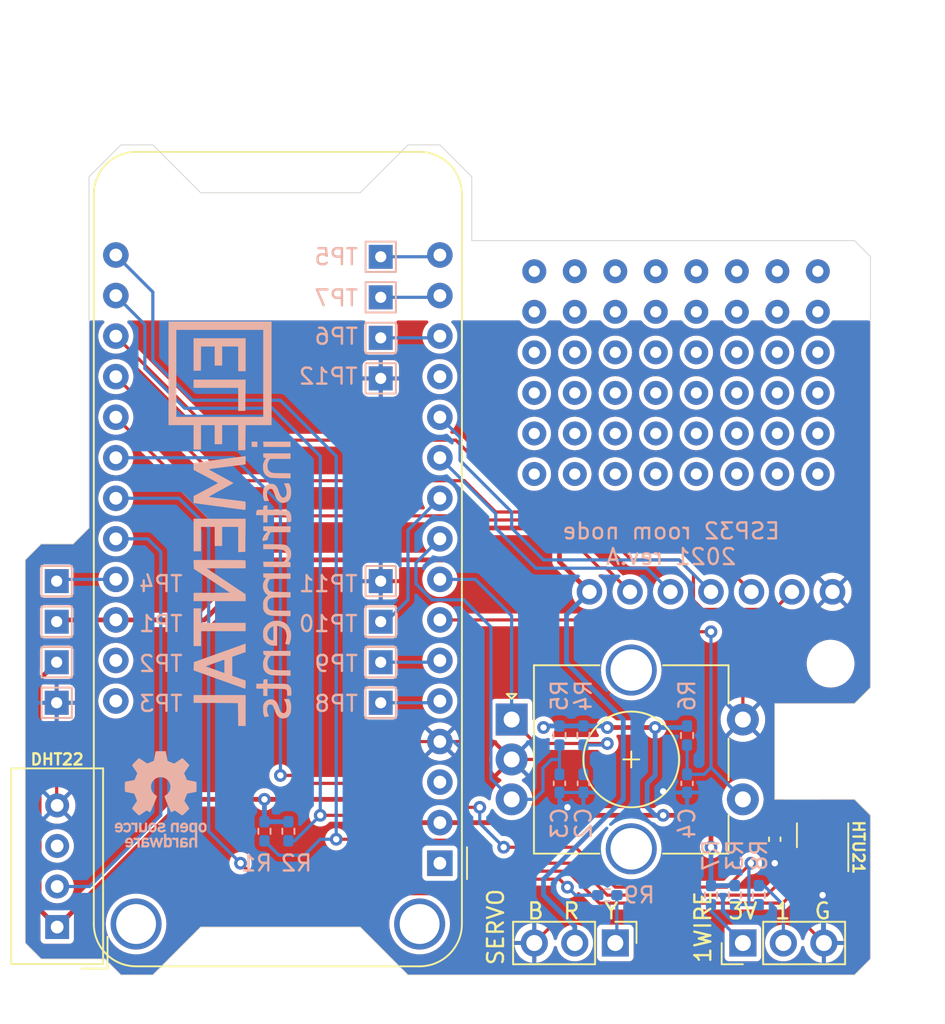
<source format=kicad_pcb>
(kicad_pcb (version 20221018) (generator pcbnew)
  (layers (0 "F.Cu" signal) (31 "B.Cu" signal) (34 "B.Paste" user) (35 "F.Paste" user) (36 "B.SilkS" user "B.Silkscreen") (37 "F.SilkS" user "F.Silkscreen") (38 "B.Mask" user) (39 "F.Mask" user) (44 "Edge.Cuts" user))
  (net 0 "")
  (net 1 "/SDA")
  (net 2 "/SCL")
  (net 3 "/LCD_DC")
  (net 4 "/LCD_CS")
  (net 5 "/SENS_DATA")
  (net 6 "+5V")
  (net 7 "+3V3")
  (net 8 "GND")
  (net 9 "/LCD_SCK")
  (net 10 "/LCD_MOSI")
  (net 11 "/ENC_BTN")
  (net 12 "/ENC_A")
  (net 13 "/ENC_B")
  (net 14 "/LCD_BL")
  (net 15 "/ONEWIRE")
  (net 16 "/SERVO")
  (net 17 "Net-(J1-Pad2)")
  (net 18 "Net-(J1-Pad1)")
  (net 19 "Net-(J2-Pad1)")
  (net 20 "Net-(A1-Pad25)")
  (net 21 "Net-(A1-Pad5)")
  (net 22 "Net-(A1-Pad6)")
  (net 23 "Net-(A1-Pad10)")
  (net 24 "Net-(A1-Pad14)")
  (net 25 "Net-(A1-Pad15)")
  (net 26 "Net-(A1-Pad16)")
  (footprint "Module:Adafruit_Feather_WithMountingHoles" (layer "F.Cu") (at 165 118 180)
    (fp_text reference "A1" hide)
    (fp_text value "Adafruit_Feather_HUZZAH32_ESP32")
  )
  (footprint "Capacitor_SMD:C_0402_1005Metric_Pad0.74x0.62mm_HandSolder" (layer "F.Cu") (at 186 116.5 -90)
    (fp_text reference "C1" hide)
    (fp_text value "100n")
  )
  (footprint "Sensor:Aosong_DHT11_5.5x12.0_P2.54mm" (layer "F.Cu") (at 141 122 180)
    (fp_text reference "U1" hide)
    (fp_text value "DHT11")
  )
  (footprint "LCD Display:PIM436" (layer "F.Cu") (at 182 101)
    (fp_text reference "DISP1" hide)
    (fp_text value "SPI LCD")
  )
  (footprint "Rotary_Encoder:RotaryEncoder_Alps_EC11E-Switch_Vertical_H20mm_CircularMountingHoles" (layer "F.Cu") (at 169.5 109)
    (fp_text reference "SW1" hide)
    (fp_text value "Rotary_Encoder_Switch")
  )
  (footprint "Connector_PinHeader_2.54mm:PinHeader_1x03_P2.54mm_Vertical" (layer "F.Cu") (at 184 123 90)
    (fp_text reference "J1" hide)
    (fp_text value "Conn_01x03")
  )
  (footprint "Connector_PinHeader_2.54mm:PinHeader_1x03_P2.54mm_Vertical" (layer "F.Cu") (at 176 123 -90)
    (fp_text reference "J2" hide)
    (fp_text value "Conn_01x03")
  )
  (footprint "Package_DFN_QFN:DFN-6-1EP_3x3mm_P1mm_EP1.5x2.4mm" (layer "F.Cu") (at 189 117 90)
    (fp_text reference "U2" hide)
    (fp_text value "HTU21")
  )
  (footprint "elemental:elemental-4mm-mask" (layer "F.Cu") (at 169.5 99.5)
    (fp_text reference "LOGO2" hide)
    (fp_text value "Logo_Open_Hardware_Small" hide)
  )
  (footprint "MountingHole:MountingHole_2.5mm" (layer "F.Cu") (at 189.5 105.5)
    (fp_text reference "H1" hide)
    (fp_text value "MountingHole")
  )
  (footprint "Prototype area:protoarea" (layer "F.Cu") (at 176 86)
    (fp_text reference "PROTOAREA1" hide)
    (fp_text value "Logo_Open_Hardware_Small")
  )
  (footprint "Resistor_SMD:R_0402_1005Metric_Pad0.72x0.64mm_HandSolder" (layer "B.Cu") (at 155.5 116 -90)
    (fp_text reference "R2")
    (fp_text value "R")
  )
  (footprint "Resistor_SMD:R_0402_1005Metric_Pad0.72x0.64mm_HandSolder" (layer "B.Cu") (at 174 110 -90)
    (fp_text reference "R4")
    (fp_text value "R")
  )
  (footprint "Resistor_SMD:R_0402_1005Metric_Pad0.72x0.64mm_HandSolder" (layer "B.Cu") (at 180.5 110 -90)
    (fp_text reference "R6")
    (fp_text value "R")
  )
  (footprint "Capacitor_SMD:C_0402_1005Metric_Pad0.74x0.62mm_HandSolder" (layer "B.Cu") (at 174 113 -90)
    (fp_text reference "C2")
    (fp_text value "DNP")
  )
  (footprint "Capacitor_SMD:C_0402_1005Metric_Pad0.74x0.62mm_HandSolder" (layer "B.Cu") (at 172.5 113 -90)
    (fp_text reference "C3")
    (fp_text value "DNP")
  )
  (footprint "Capacitor_SMD:C_0402_1005Metric_Pad0.74x0.62mm_HandSolder" (layer "B.Cu") (at 180.5 113 -90)
    (fp_text reference "C4")
    (fp_text value "DNP")
  )
  (footprint "Resistor_SMD:R_0402_1005Metric_Pad0.72x0.64mm_HandSolder" (layer "B.Cu") (at 185 120 -90)
    (fp_text reference "R8")
    (fp_text value "10")
  )
  (footprint "Resistor_SMD:R_0402_1005Metric_Pad0.72x0.64mm_HandSolder" (layer "B.Cu") (at 175.5 120 180)
    (fp_text reference "R9")
    (fp_text value "10")
  )
  (footprint "Symbol:OSHW-Logo_5.7x6mm_SilkScreen" (layer "B.Cu") (at 147.5 114 180)
    (fp_text reference "LOGO1" hide)
    (fp_text value "Logo_Open_Hardware_Small" hide)
  )
  (footprint "Resistor_SMD:R_0402_1005Metric_Pad0.72x0.64mm_HandSolder" (layer "B.Cu") (at 183.5 120 -90)
    (fp_text reference "R3")
    (fp_text value "4k7")
  )
  (footprint "TestPoint:TestPoint_THTPad_1.5x1.5mm_Drill0.7mm" (layer "B.Cu") (at 140.97 102.87)
    (fp_text reference "TP1")
    (fp_text value "TestPoint")
  )
  (footprint "TestPoint:TestPoint_THTPad_1.5x1.5mm_Drill0.7mm" (layer "B.Cu") (at 140.97 105.41)
    (fp_text reference "TP2")
    (fp_text value "TestPoint")
  )
  (footprint "TestPoint:TestPoint_THTPad_1.5x1.5mm_Drill0.7mm" (layer "B.Cu") (at 140.97 107.95)
    (fp_text reference "TP3")
    (fp_text value "TestPoint")
  )
  (footprint "TestPoint:TestPoint_THTPad_1.5x1.5mm_Drill0.7mm" (layer "B.Cu") (at 140.97 100.33)
    (fp_text reference "TP4")
    (fp_text value "TestPoint")
  )
  (footprint "TestPoint:TestPoint_THTPad_1.5x1.5mm_Drill0.7mm" (layer "B.Cu") (at 161.29 80.01)
    (fp_text reference "TP5")
    (fp_text value "TestPoint")
  )
  (footprint "TestPoint:TestPoint_THTPad_1.5x1.5mm_Drill0.7mm" (layer "B.Cu") (at 161.29 85.09)
    (fp_text reference "TP6")
    (fp_text value "TestPoint")
  )
  (footprint "TestPoint:TestPoint_THTPad_1.5x1.5mm_Drill0.7mm" (layer "B.Cu") (at 161.29 107.95)
    (fp_text reference "TP8")
    (fp_text value "TestPoint")
  )
  (footprint "TestPoint:TestPoint_THTPad_1.5x1.5mm_Drill0.7mm" (layer "B.Cu") (at 161.29 102.87)
    (fp_text reference "TP10")
    (fp_text value "TestPoint")
  )
  (footprint "TestPoint:TestPoint_THTPad_1.5x1.5mm_Drill0.7mm" (layer "B.Cu") (at 161.29 100.33)
    (fp_text reference "TP11")
    (fp_text value "TestPoint")
  )
  (footprint "TestPoint:TestPoint_THTPad_1.5x1.5mm_Drill0.7mm" (layer "B.Cu") (at 161.29 87.63)
    (fp_text reference "TP12")
    (fp_text value "TestPoint")
  )
  (footprint "elemental:elemental-25.4mm" (layer "B.Cu") (at 152 96.6 -90)
    (fp_text reference "LOGO3" hide)
    (fp_text value "Logo_Open_Hardware_Small" hide)
  )
  (footprint "Resistor_SMD:R_0402_1005Metric_Pad0.72x0.64mm_HandSolder" (layer "B.Cu") (at 154 116 -90)
    (fp_text reference "R1")
    (fp_text value "R")
  )
  (footprint "TestPoint:TestPoint_THTPad_1.5x1.5mm_Drill0.7mm" (layer "B.Cu") (at 161.29 82.55)
    (fp_text reference "TP7")
    (fp_text value "TestPoint")
  )
  (footprint "TestPoint:TestPoint_THTPad_1.5x1.5mm_Drill0.7mm" (layer "B.Cu") (at 161.29 105.41)
    (fp_text reference "TP9")
    (fp_text value "TestPoint")
  )
  (footprint "Resistor_SMD:R_0402_1005Metric_Pad0.72x0.64mm_HandSolder" (layer "B.Cu") (at 172.5 110 -90)
    (fp_text reference "R5")
    (fp_text value "R")
  )
  (footprint "Resistor_SMD:R_0402_1005Metric_Pad0.72x0.64mm_HandSolder" (layer "B.Cu") (at 182 120 90)
    (fp_text reference "R7")
    (fp_text value "10")
  )
  (gr_line (start 186 108) (end 186 114) (stroke (width 0.05)) (layer "Edge.Cuts"))
  (gr_line (start 144 124) (end 143 124) (stroke (width 0.05)) (layer "Edge.Cuts"))
  (gr_line (start 163 125) (end 191 125) (stroke (width 0.05)) (layer "Edge.Cuts"))
  (gr_line (start 167 75) (end 167 79) (stroke (width 0.05)) (layer "Edge.Cuts"))
  (gr_line (start 192 80) (end 192 92) (stroke (width 0.05)) (layer "Edge.Cuts"))
  (gr_line (start 143 124) (end 140 124) (stroke (width 0.05)) (layer "Edge.Cuts"))
  (gr_line (start 165 73) (end 167 75) (stroke (width 0.05)) (layer "Edge.Cuts"))
  (gr_line (start 167 79) (end 191 79) (stroke (width 0.05)) (layer "Edge.Cuts"))
  (gr_line (start 139 123) (end 139 99) (stroke (width 0.05)) (layer "Edge.Cuts"))
  (gr_line (start 150 76) (end 160 76) (stroke (width 0.05)) (layer "Edge.Cuts"))
  (gr_line (start 162 124) (end 163 125) (stroke (width 0.05)) (layer "Edge.Cuts"))
  (gr_line (start 192 115) (end 192 124) (stroke (width 0.05)) (layer "Edge.Cuts"))
  (gr_line (start 192 124) (end 191 125) (stroke (width 0.05)) (layer "Edge.Cuts"))
  (gr_line (start 163 73) (end 165 73) (stroke (width 0.05)) (layer "Edge.Cuts"))
  (gr_line (start 192 107) (end 191 108) (stroke (width 0.05)) (layer "Edge.Cuts"))
  (gr_line (start 160 122) (end 162 124) (stroke (width 0.05)) (layer "Edge.Cuts"))
  (gr_line (start 140 98) (end 142 98) (stroke (width 0.05)) (layer "Edge.Cuts"))
  (gr_line (start 160 76) (end 163 73) (stroke (width 0.05)) (layer "Edge.Cuts"))
  (gr_line (start 143 75) (end 145 73) (stroke (width 0.05)) (layer "Edge.Cuts"))
  (gr_line (start 191 108) (end 186 108) (stroke (width 0.05)) (layer "Edge.Cuts"))
  (gr_line (start 148 124) (end 147 125) (stroke (width 0.05)) (layer "Edge.Cuts"))
  (gr_line (start 142 98) (end 143 97) (stroke (width 0.05)) (layer "Edge.Cuts"))
  (gr_line (start 140 124) (end 139 123) (stroke (width 0.05)) (layer "Edge.Cuts"))
  (gr_line (start 191 114) (end 186 114) (stroke (width 0.05)) (layer "Edge.Cuts"))
  (gr_line (start 143 79) (end 143 75) (stroke (width 0.05)) (layer "Edge.Cuts"))
  (gr_line (start 147 125) (end 145 125) (stroke (width 0.05)) (layer "Edge.Cuts"))
  (gr_line (start 150 122) (end 160 122) (stroke (width 0.05)) (layer "Edge.Cuts"))
  (gr_line (start 191 79) (end 192 80) (stroke (width 0.05)) (layer "Edge.Cuts"))
  (gr_line (start 145 73) (end 147 73) (stroke (width 0.05)) (layer "Edge.Cuts"))
  (gr_line (start 145 125) (end 144 124) (stroke (width 0.05)) (layer "Edge.Cuts"))
  (gr_line (start 148 124) (end 150 122) (stroke (width 0.05)) (layer "Edge.Cuts"))
  (gr_line (start 147 73) (end 150 76) (stroke (width 0.05)) (layer "Edge.Cuts"))
  (gr_line (start 191 114) (end 192 115) (stroke (width 0.05)) (layer "Edge.Cuts"))
  (gr_line (start 139 99) (end 140 98) (stroke (width 0.05)) (layer "Edge.Cuts"))
  (gr_line (start 143 97) (end 143 79) (stroke (width 0.05)) (layer "Edge.Cuts"))
  (gr_line (start 192 92) (end 192 107) (stroke (width 0.05)) (layer "Edge.Cuts"))
  (gr_text "ESP32 room node\n2021 rev.A" (at 179.5 98) (layer "B.SilkS") (effects (font (size 1 1)) (justify mirror)))
  (gr_text "B" (at 171 121) (layer "F.SilkS") (effects (font (size 1 1))))
  (gr_text "R" (at 173.25 121) (layer "F.SilkS") (effects (font (size 1 1))))
  (gr_text "HTU21" (at 191.25 117 270) (layer "F.SilkS") (effects (font (size 0.7 0.7))))
  (gr_text "DHT22" (at 141 111.5) (layer "F.SilkS") (effects (font (size 0.7 0.7))))
  (gr_text "G" (at 189 121) (layer "F.SilkS") (effects (font (size 1 1))))
  (gr_text "Y" (at 175.75 121) (layer "F.SilkS") (effects (font (size 1 1))))
  (gr_text "1WIRE\n" (at 181.5 122 90) (layer "F.SilkS") (effects (font (size 1 1))))
  (gr_text "SERVO" (at 168.5 122 90) (layer "F.SilkS") (effects (font (size 1 1))))
  (gr_text "3V" (at 184 121) (layer "F.SilkS") (effects (font (size 1 1))))
  (gr_text "1" (at 186.5 121) (layer "F.SilkS") (effects (font (size 1 1))))
  (segment (start 167 119.5) (end 164.232002 119.5) (width 0.2) (layer "F.Cu") (net 1))
  (segment (start 164.232002 119.5) (end 161.232002 116.5) (width 0.2) (layer "F.Cu") (net 1))
  (segment (start 186.5 120.5) (end 175 120.5) (width 0.2) (layer "F.Cu") (net 1))
  (segment (start 188 118.45) (end 188 119) (width 0.2) (layer "F.Cu") (net 1))
  (segment (start 168 118.5) (end 167 119.5) (width 0.2) (layer "F.Cu") (net 1))
  (segment (start 161.232002 116.5) (end 158.5 116.5) (width 0.2) (layer "F.Cu") (net 1))
  (segment (start 175 120.5) (end 173 118.5) (width 0.2) (layer "F.Cu") (net 1))
  (segment (start 173 118.5) (end 168 118.5) (width 0.2) (layer "F.Cu") (net 1))
  (segment (start 188 119) (end 186.5 120.5) (width 0.2) (layer "F.Cu") (net 1))
  (via (at 158.5 116.5) (size 0.8) (drill 0.4) (layers "F.Cu" "B.Cu") (net 1))
  (segment (start 154.9025 117.5) (end 154 116.5975) (width 0.2) (layer "B.Cu") (net 1))
  (segment (start 144.78 80) (end 144.68 79.9) (width 0.2) (layer "B.Cu") (net 1))
  (segment (start 144.68 79.9) (end 147 82.22) (width 0.2) (layer "B.Cu") (net 1))
  (segment (start 157.5 116.5) (end 156.5 117.5) (width 0.2) (layer "B.Cu") (net 1))
  (segment (start 147 82.22) (end 147 86.5) (width 0.2) (layer "B.Cu") (net 1))
  (segment (start 155 89) (end 158.5 92.5) (width 0.2) (layer "B.Cu") (net 1))
  (segment (start 156.5 117.5) (end 154.9025 117.5) (width 0.2) (layer "B.Cu") (net 1))
  (segment (start 158.5 116.5) (end 157.5 116.5) (width 0.2) (layer "B.Cu") (net 1))
  (segment (start 147 86.5) (end 149.5 89) (width 0.2) (layer "B.Cu") (net 1))
  (segment (start 149.5 89) (end 155 89) (width 0.2) (layer "B.Cu") (net 1))
  (segment (start 158.5 92.5) (end 158.5 116.5) (width 0.2) (layer "B.Cu") (net 1))
  (segment (start 187.45 115.55) (end 187 116) (width 0.2) (layer "F.Cu") (net 2))
  (segment (start 161 115) (end 157.5 115) (width 0.2) (layer "F.Cu") (net 2))
  (segment (start 188 115.55) (end 187.45 115.55) (width 0.2) (layer "F.Cu") (net 2))
  (segment (start 187 118.5) (end 185.5 120) (width 0.2) (layer "F.Cu") (net 2))
  (segment (start 168 118) (end 166.560001 116.560001) (width 0.2) (layer "F.Cu") (net 2))
  (segment (start 162.560001 116.560001) (end 161 115) (width 0.2) (layer "F.Cu") (net 2))
  (segment (start 175.5 120) (end 173.5 118) (width 0.2) (layer "F.Cu") (net 2))
  (segment (start 187 116) (end 187 118.5) (width 0.2) (layer "F.Cu") (net 2))
  (segment (start 166.560001 116.560001) (end 162.560001 116.560001) (width 0.2) (layer "F.Cu") (net 2))
  (segment (start 185.5 120) (end 175.5 120) (width 0.2) (layer "F.Cu") (net 2))
  (segment (start 173.5 118) (end 168 118) (width 0.2) (layer "F.Cu") (net 2))
  (via (at 157.5 115) (size 0.8) (drill 0.4) (layers "F.Cu" "B.Cu") (net 2))
  (segment (start 149 89.5) (end 154.5 89.5) (width 0.2) (layer "B.Cu") (net 2))
  (segment (start 146.5 84.26) (end 146.5 87) (width 0.2) (layer "B.Cu") (net 2))
  (segment (start 157.5 92.5) (end 157.5 115) (width 0.2) (layer "B.Cu") (net 2))
  (segment (start 155.5 116.5975) (end 155.9025 116.5975) (width 0.2) (layer "B.Cu") (net 2))
  (segment (start 154.5 89.5) (end 157.5 92.5) (width 0.2) (layer "B.Cu") (net 2))
  (segment (start 146.5 87) (end 149 89.5) (width 0.2) (layer "B.Cu") (net 2))
  (segment (start 144.68 82.44) (end 146.5 84.26) (width 0.2) (layer "B.Cu") (net 2))
  (segment (start 145.12 82) (end 144.68 82.44) (width 0.2) (layer "B.Cu") (net 2))
  (segment (start 155.9025 116.5975) (end 157.5 115) (width 0.2) (layer "B.Cu") (net 2))
  (segment (start 166.000001 91.500001) (end 170 95.5) (width 0.2) (layer "F.Cu") (net 3))
  (segment (start 144.68 84.98) (end 151.199999 91.499999) (width 0.2) (layer "F.Cu") (net 3))
  (segment (start 175 95.5) (end 178 98.5) (width 0.2) (layer "F.Cu") (net 3))
  (segment (start 182.52 98.98) (end 184.54 101) (width 0.2) (layer "F.Cu") (net 3))
  (segment (start 170 95.5) (end 175 95.5) (width 0.2) (layer "F.Cu") (net 3))
  (segment (start 182.04 98.5) (end 182.52 98.98) (width 0.2) (layer "F.Cu") (net 3))
  (segment (start 151.199999 91.499999) (end 166.000001 91.499999) (width 0.2) (layer "F.Cu") (net 3))
  (segment (start 166.000001 91.499999) (end 166.000001 91.500001) (width 0.2) (layer "F.Cu") (net 3))
  (segment (start 178 98.5) (end 182.04 98.5) (width 0.2) (layer "F.Cu") (net 3))
  (segment (start 150.860001 96.240001) (end 167.740001 96.240001) (width 0.2) (layer "F.Cu") (net 4))
  (segment (start 144.68 90.06) (end 150.860001 96.240001) (width 0.2) (layer "F.Cu") (net 4))
  (segment (start 168 96.5) (end 172 96.5) (width 0.2) (layer "F.Cu") (net 4))
  (segment (start 172 96.5) (end 175 99.5) (width 0.2) (layer "F.Cu") (net 4))
  (segment (start 167.740001 96.240001) (end 168 96.5) (width 0.2) (layer "F.Cu") (net 4))
  (segment (start 175 99.5) (end 175.42 99.5) (width 0.2) (layer "F.Cu") (net 4))
  (segment (start 175.42 99.5) (end 176.92 101) (width 0.2) (layer "F.Cu") (net 4))
  (segment (start 146.68 97.68) (end 147.5 98.5) (width 0.2) (layer "B.Cu") (net 5))
  (segment (start 144.68 97.68) (end 146.68 97.68) (width 0.2) (layer "B.Cu") (net 5))
  (segment (start 143.04 119.46) (end 141 119.46) (width 0.2) (layer "B.Cu") (net 5))
  (segment (start 147.5 98.5) (end 147.5 115) (width 0.2) (layer "B.Cu") (net 5))
  (segment (start 147.5 115) (end 143.04 119.46) (width 0.2) (layer "B.Cu") (net 5))
  (segment (start 141.08 102.76) (end 140.97 102.87) (width 0.3) (layer "F.Cu") (net 6))
  (segment (start 154 99) (end 150.24 102.76) (width 0.3) (layer "F.Cu") (net 6))
  (segment (start 166.5 98.5) (end 166.5 97.5) (width 0.3) (layer "F.Cu") (net 6))
  (segment (start 171.5 97) (end 172.5 98) (width 0.3) (layer "F.Cu") (net 6))
  (segment (start 150.24 102.76) (end 144.68 102.76) (width 0.3) (layer "F.Cu") (net 6))
  (segment (start 167 97) (end 171.5 97) (width 0.3) (layer "F.Cu") (net 6))
  (segment (start 157.5 99) (end 154 99) (width 0.3) (layer "F.Cu") (net 6))
  (segment (start 172.5 98) (end 172.5 99.12) (width 0.3) (layer "F.Cu") (net 6))
  (segment (start 166.5 97.5) (end 167 97) (width 0.3) (layer "F.Cu") (net 6))
  (segment (start 157.5 99) (end 166 99) (width 0.3) (layer "F.Cu") (net 6))
  (segment (start 172.5 99.12) (end 174.38 101) (width 0.3) (layer "F.Cu") (net 6))
  (segment (start 144.68 102.76) (end 141.08 102.76) (width 0.3) (layer "F.Cu") (net 6))
  (segment (start 158 99) (end 157.5 99) (width 0.3) (layer "F.Cu") (net 6))
  (segment (start 166 99) (end 166.5 98.5) (width 0.3) (layer "F.Cu") (net 6))
  (segment (start 173.46 123) (end 173.46 121.96) (width 0.3) (layer "B.Cu") (net 6))
  (segment (start 172.94 102.44) (end 172.94 105.44) (width 0.3) (layer "B.Cu") (net 6))
  (segment (start 172.94 105.44) (end 176.5 109) (width 0.3) (layer "B.Cu") (net 6))
  (segment (start 173.46 121.96) (end 171.5 120) (width 0.3) (layer "B.Cu") (net 6))
  (segment (start 176.5 109) (end 176.5 114) (width 0.3) (layer "B.Cu") (net 6))
  (segment (start 171.5 119) (end 171.5 120) (width 0.3) (layer "B.Cu") (net 6))
  (segment (start 174.38 101) (end 172.94 102.44) (width 0.3) (layer "B.Cu") (net 6))
  (segment (start 176.5 114) (end 171.5 119) (width 0.3) (layer "B.Cu") (net 6))
  (segment (start 182 115) (end 179 115) (width 0.3) (layer "F.Cu") (net 7))
  (segment (start 186 115.9325) (end 186 115.5) (width 0.3) (layer "F.Cu") (net 7))
  (segment (start 162 114) (end 149 114) (width 0.3) (layer "F.Cu") (net 7))
  (segment (start 149 114) (end 147 116) (width 0.3) (layer "F.Cu") (net 7))
  (segment (start 140.97 105.41) (end 139.869999 106.510001) (width 0.3) (layer "F.Cu") (net 7))
  (segment (start 182 117) (end 182 115) (width 0.3) (layer "F.Cu") (net 7))
  (segment (start 173.150002 115.46) (end 165 115.46) (width 0.3) (layer "F.Cu") (net 7))
  (segment (start 179 115) (end 173.610002 115) (width 0.3) (layer "F.Cu") (net 7))
  (segment (start 188.5 114.5) (end 187 114.5) (width 0.3) (layer "F.Cu") (net 7))
  (segment (start 139.869999 120.869999) (end 141 122) (width 0.3) (layer "F.Cu") (net 7))
  (segment (start 173.610002 115) (end 173.150002 115.46) (width 0.3) (layer "F.Cu") (net 7))
  (segment (start 163.46 115.46) (end 162 114) (width 0.3) (layer "F.Cu") (net 7))
  (segment (start 182.5 115) (end 182 115) (width 0.3) (layer "F.Cu") (net 7))
  (segment (start 186 115.9325) (end 183.4325 115.9325) (width 0.3) (layer "F.Cu") (net 7))
  (segment (start 186 115.5) (end 187 114.5) (width 0.3) (layer "F.Cu") (net 7))
  (segment (start 189 115.55) (end 189 115) (width 0.3) (layer "F.Cu") (net 7))
  (segment (start 139.869999 106.510001) (end 139.869999 120.869999) (width 0.3) (layer "F.Cu") (net 7))
  (segment (start 165 115.46) (end 163.46 115.46) (width 0.3) (layer "F.Cu") (net 7))
  (segment (start 141 122) (end 147 116) (width 0.3) (layer "F.Cu") (net 7))
  (segment (start 175.5 109.5) (end 178.5 109.5) (width 0.3) (layer "F.Cu") (net 7))
  (segment (start 183.4325 115.9325) (end 182.5 115) (width 0.3) (layer "F.Cu") (net 7))
  (segment (start 189 115) (end 188.5 114.5) (width 0.3) (layer "F.Cu") (net 7))
  (segment (start 154 114) (end 154.5 114) (width 0.3) (layer "F.Cu") (net 7))
  (via (at 175.5 109.5) (size 0.8) (drill 0.4) (layers "F.Cu" "B.Cu") (net 7))
  (via (at 154 114) (size 0.8) (drill 0.4) (layers "F.Cu" "B.Cu") (net 7))
  (via (at 178.5 109.5) (size 0.8) (drill 0.4) (layers "F.Cu" "B.Cu") (net 7))
  (via (at 179 115) (size 0.8) (drill 0.4) (layers "F.Cu" "B.Cu") (net 7))
  (via (at 171.5 109.5) (size 0.8) (drill 0.4) (layers "F.Cu" "B.Cu") (net 7))
  (via (at 182 117) (size 0.8) (drill 0.4) (layers "F.Cu" "B.Cu") (net 7))
  (segment (start 172.5 109.4025) (end 171.5975 109.4025) (width 0.3) (layer "B.Cu") (net 7))
  (segment (start 180.4025 109.5) (end 180.5 109.4025) (width 0.3) (layer "B.Cu") (net 7))
  (segment (start 178.5 112.5) (end 178 113) (width 0.3) (layer "B.Cu") (net 7))
  (segment (start 178.5 109.5) (end 180.4025 109.5) (width 0.3) (layer "B.Cu") (net 7))
  (segment (start 183.5 119.4025) (end 182 119.4025) (width 0.3) (layer "B.Cu") (net 7))
  (segment (start 178.5 115) (end 178 114.5) (width 0.3) (layer "B.Cu") (net 7))
  (segment (start 179 115) (end 178.5 115) (width 0.3) (layer "B.Cu") (net 7))
  (segment (start 172.5 109.4025) (end 174 109.4025) (width 0.3) (layer "B.Cu") (net 7))
  (segment (start 155.5 115.4025) (end 154 115.4025) (width 0.3) (layer "B.Cu") (net 7))
  (segment (start 174 109.4025) (end 175.4025 109.4025) (width 0.3) (layer "B.Cu") (net 7))
  (segment (start 154 115.4025) (end 154 114) (width 0.3) (layer "B.Cu") (net 7))
  (segment (start 182 119.4025) (end 182 117) (width 0.3) (layer "B.Cu") (net 7))
  (segment (start 175.4025 109.4025) (end 175.5 109.5) (width 0.3) (layer "B.Cu") (net 7))
  (segment (start 171.5975 109.4025) (end 171.5 109.5) (width 0.3) (layer "B.Cu") (net 7))
  (segment (start 178.5 109.5) (end 178.5 112.5) (width 0.3) (layer "B.Cu") (net 7))
  (segment (start 178 113) (end 178 114.5) (width 0.3) (layer "B.Cu") (net 7))
  (segment (start 165 110.38) (end 160.62 110.38) (width 0.2) (layer "F.Cu") (net 8))
  (segment (start 186 117.0675) (end 186 118) (width 0.2) (layer "F.Cu") (net 8))
  (segment (start 141.06 110.38) (end 140.97 110.47) (width 0.2) (layer "F.Cu") (net 8))
  (segment (start 179 113.5) (end 179 111.5) (width 0.2) (layer "F.Cu") (net 8))
  (segment (start 181.5 111.5) (end 178.5 111.5) (width 0.2) (layer "F.Cu") (net 8))
  (segment (start 159 101) (end 159.67 100.33) (width 0.2) (layer "F.Cu") (net 8))
  (segment (start 159 109) (end 159 101) (width 0.2) (layer "F.Cu") (net 8))
  (segment (start 140.97 110.47) (end 140.97 114.35) (width 0.2) (layer "F.Cu") (net 8))
  (segment (start 173 114.5) (end 172.5 114) (width 0.2) (layer "F.Cu") (net 8))
  (segment (start 189.62 101) (end 184 106.62) (width 0.2) (layer "F.Cu") (net 8))
  (segment (start 172.42 121.5) (end 187.58 121.5) (width 0.2) (layer "F.Cu") (net 8))
  (segment (start 184 109) (end 181.5 111.5) (width 0.2) (layer "F.Cu") (net 8))
  (segment (start 159.67 100.33) (end 161.29 100.33) (width 0.2) (layer "F.Cu") (net 8))
  (segment (start 160.62 110.38) (end 160.38 110.38) (width 0.2) (layer "F.Cu") (net 8))
  (segment (start 172.5 114) (end 172.5 111.5) (width 0.2) (layer "F.Cu") (net 8))
  (segment (start 165 110.38) (end 168.38 110.38) (width 0.2) (layer "F.Cu") (net 8))
  (segment (start 172.5 111.5) (end 169.5 111.5) (width 0.2) (layer "F.Cu") (net 8))
  (segment (start 189 122.92) (end 189.08 123) (width 0.2) (layer "F.Cu") (net 8))
  (segment (start 189 118.45) (end 189 120) (width 0.2) (layer "F.Cu") (net 8))
  (segment (start 140.97 114.35) (end 141 114.38) (width 0.2) (layer "F.Cu") (net 8))
  (segment (start 160.38 110.38) (end 159 109) (width 0.2) (layer "F.Cu") (net 8))
  (segment (start 140.97 107.95) (end 140.97 110.47) (width 0.2) (layer "F.Cu") (net 8))
  (segment (start 160.62 110.38) (end 141.06 110.38) (width 0.2) (layer "F.Cu") (net 8))
  (segment (start 187.58 121.5) (end 189.08 123) (width 0.2) (layer "F.Cu") (net 8))
  (segment (start 168.38 110.38) (end 169.5 111.5) (width 0.2) (layer "F.Cu") (net 8))
  (segment (start 184 106.62) (end 184 109) (width 0.2) (layer "F.Cu") (net 8))
  (segment (start 178.5 111.5) (end 172.5 111.5) (width 0.2) (layer "F.Cu") (net 8))
  (segment (start 170.92 123) (end 172.42 121.5) (width 0.2) (layer "F.Cu") (net 8))
  (via (at 173 114.5) (size 0.8) (drill 0.4) (layers "F.Cu" "B.Cu") (net 8))
  (via (at 179 113.5) (size 0.8) (drill 0.4) (layers "F.Cu" "B.Cu") (net 8))
  (via (at 186 118) (size 0.8) (drill 0.4) (layers "F.Cu" "B.Cu") (net 8))
  (via (at 189 120) (size 0.8) (drill 0.4) (layers "F.Cu" "B.Cu") (net 8))
  (segment (start 188.5 118) (end 189 118.5) (width 0.2) (layer "B.Cu") (net 8))
  (segment (start 166.5 111) (end 166.5 121.5) (width 0.2) (layer "B.Cu") (net 8))
  (segment (start 172.5 113.5675) (end 172.5 114) (width 0.2) (layer "B.Cu") (net 8))
  (segment (start 170.800001 122.880001) (end 170.92 123) (width 0.2) (layer "B.Cu") (net 8))
  (segment (start 174.0675 113.5) (end 174 113.5675) (width 0.2) (layer "B.Cu") (net 8))
  (segment (start 189 120) (end 189 122.92) (width 0.2) (layer "B.Cu") (net 8))
  (segment (start 172.5 114) (end 173 114.5) (width 0.2) (layer "B.Cu") (net 8))
  (segment (start 172.5 113.5675) (end 174 113.5675) (width 0.2) (layer "B.Cu") (net 8))
  (segment (start 170.92 123) (end 168 123) (width 0.2) (layer "B.Cu") (net 8))
  (segment (start 165 110.38) (end 165.88 110.38) (width 0.2) (layer "B.Cu") (net 8))
  (segment (start 180.5 113.5675) (end 179.0675 113.5675) (width 0.2) (layer "B.Cu") (net 8))
  (segment (start 189 118.5) (end 189 120) (width 0.2) (layer "B.Cu") (net 8))
  (segment (start 166.5 121.5) (end 168 123) (width 0.2) (layer "B.Cu") (net 8))
  (segment (start 189 122.92) (end 189.08 123) (width 0.2) (layer "B.Cu") (net 8))
  (segment (start 186 118) (end 188.5 118) (width 0.2) (layer "B.Cu") (net 8))
  (segment (start 179.0675 113.5675) (end 179 113.5) (width 0.2) (layer "B.Cu") (net 8))
  (segment (start 165.88 110.38) (end 166.5 111) (width 0.2) (layer "B.Cu") (net 8))
  (segment (start 161.29 87.63) (end 161.29 100.33) (width 0.2) (layer "B.Cu") (net 8))
  (segment (start 168.5 97) (end 171.02 99.52) (width 0.2) (layer "B.Cu") (net 9))
  (segment (start 171.02 99.52) (end 177.98 99.52) (width 0.2) (layer "B.Cu") (net 9))
  (segment (start 177.98 99.52) (end 179.46 101) (width 0.2) (layer "B.Cu") (net 9))
  (segment (start 165 92.6) (end 168.5 96.1) (width 0.2) (layer "B.Cu") (net 9))
  (segment (start 168.5 96.1) (end 168.5 97) (width 0.2) (layer "B.Cu") (net 9))
  (segment (start 165 90.06) (end 166.26501 91.32501) (width 0.2) (layer "B.Cu") (net 10))
  (segment (start 169.5 97) (end 171.5 99) (width 0.2) (layer "B.Cu") (net 10))
  (segment (start 180 99) (end 182 101) (width 0.2) (layer "B.Cu") (net 10))
  (segment (start 169.5 96) (end 169.5 97) (width 0.2) (layer "B.Cu") (net 10))
  (segment (start 171.5 99) (end 180 99) (width 0.2) (layer "B.Cu") (net 10))
  (segment (start 166.26501 91.32501) (end 166.26501 92.76501) (width 0.2) (layer "B.Cu") (net 10))
  (segment (start 166.26501 92.76501) (end 169.5 96) (width 0.2) (layer "B.Cu") (net 10))
  (segment (start 165 102.76) (end 177.76 102.76) (width 0.2) (layer "F.Cu") (net 11))
  (segment (start 178.5 103.5) (end 177.76 102.76) (width 0.2) (layer "F.Cu") (net 11))
  (segment (start 182 103.5) (end 178.5 103.5) (width 0.2) (layer "F.Cu") (net 11))
  (via (at 182 103.5) (size 0.8) (drill 0.4) (layers "F.Cu" "B.Cu") (net 11))
  (segment (start 182 103.5) (end 182 112) (width 0.2) (layer "B.Cu") (net 11))
  (segment (start 180.5 112.4325) (end 180.5 110.5975) (width 0.2) (layer "B.Cu") (net 11))
  (segment (start 184 114) (end 182 112) (width 0.2) (layer "B.Cu") (net 11))
  (segment (start 181.5675 112.4325) (end 182 112) (width 0.2) (layer "B.Cu") (net 11))
  (segment (start 180.5 112.4325) (end 181.5675 112.4325) (width 0.2) (layer "B.Cu") (net 11))
  (segment (start 175.5 110.5) (end 171 110.5) (width 0.2) (layer "F.Cu") (net 12))
  (segment (start 171 110.5) (end 169.5 109) (width 0.2) (layer "F.Cu") (net 12))
  (via (at 175.5 110.5) (size 0.8) (drill 0.4) (layers "F.Cu" "B.Cu") (net 12))
  (segment (start 169.5 109) (end 170 108.5) (width 0.2) (layer "B.Cu") (net 12))
  (segment (start 169.5 102.5) (end 167.22 100.22) (width 0.2) (layer "B.Cu") (net 12))
  (segment (start 174 111.5) (end 174 112.4325) (width 0.2) (layer "B.Cu") (net 12))
  (segment (start 167.22 100.22) (end 165 100.22) (width 0.2) (layer "B.Cu") (net 12))
  (segment (start 169.5 109) (end 169.5 102.5) (width 0.2) (layer "B.Cu") (net 12))
  (segment (start 174 110.5975) (end 175.4025 110.5975) (width 0.2) (layer "B.Cu") (net 12))
  (segment (start 175.4025 110.5975) (end 175.5 110.5) (width 0.2) (layer "B.Cu") (net 12))
  (segment (start 174 110.5975) (end 174 111.5) (width 0.2) (layer "B.Cu") (net 12))
  (segment (start 163.5 99.18) (end 165 97.68) (width 0.2) (layer "B.Cu") (net 13))
  (segment (start 171.46625 113.46625) (end 171.46625 112.03375) (width 0.2) (layer "B.Cu") (net 13))
  (segment (start 163.5 100.5) (end 163.5 99.18) (width 0.2) (layer "B.Cu") (net 13))
  (segment (start 172.5 112.4325) (end 172.5 111.5) (width 0.2) (layer "B.Cu") (net 13))
  (segment (start 172.5 111.5) (end 172 111.5) (width 0.2) (layer "B.Cu") (net 13))
  (segment (start 168.199999 103.199999) (end 166.5 101.5) (width 0.2) (layer "B.Cu") (net 13))
  (segment (start 169.5 114) (end 168.199999 112.699999) (width 0.2) (layer "B.Cu") (net 13))
  (segment (start 172.5 111.5) (end 172.5 110.5975) (width 0.2) (layer "B.Cu") (net 13))
  (segment (start 166.5 101.5) (end 164.5 101.5) (width 0.2) (layer "B.Cu") (net 13))
  (segment (start 170.9325 114) (end 171.46625 113.46625) (width 0.2) (layer "B.Cu") (net 13))
  (segment (start 164.5 101.5) (end 163.5 100.5) (width 0.2) (layer "B.Cu") (net 13))
  (segment (start 169.5 114) (end 170.9325 114) (width 0.2) (layer "B.Cu") (net 13))
  (segment (start 171.46625 112.03375) (end 172 111.5) (width 0.2) (layer "B.Cu") (net 13))
  (segment (start 168.199999 112.699999) (end 168.199999 103.199999) (width 0.2) (layer "B.Cu") (net 13))
  (segment (start 180.899999 101.528001) (end 181.471999 102.100001) (width 0.2) (layer "F.Cu") (net 14))
  (segment (start 180 99) (end 180.899999 99.899999) (width 0.2) (layer "F.Cu") (net 14))
  (segment (start 174 96) (end 177 99) (width 0.2) (layer "F.Cu") (net 14))
  (segment (start 168.5 96) (end 174 96) (width 0.2) (layer "F.Cu") (net 14))
  (segment (start 177 99) (end 180 99) (width 0.2) (layer "F.Cu") (net 14))
  (segment (start 185.979999 102.100001) (end 187.08 101) (width 0.2) (layer "F.Cu") (net 14))
  (segment (start 166.539999 94.039999) (end 168.5 96) (width 0.2) (layer "F.Cu") (net 14))
  (segment (start 180.899999 99.899999) (end 180.899999 101.528001) (width 0.2) (layer "F.Cu") (net 14))
  (segment (start 151.199999 94.039999) (end 166.539999 94.039999) (width 0.2) (layer "F.Cu") (net 14))
  (segment (start 181.471999 102.100001) (end 185.979999 102.100001) (width 0.2) (layer "F.Cu") (net 14))
  (segment (start 144.68 87.52) (end 151.199999 94.039999) (width 0.2) (layer "F.Cu") (net 14))
  (segment (start 167.5 114.5) (end 166.799998 114.5) (width 0.2) (layer "F.Cu") (net 15))
  (segment (start 184.5 118) (end 183 119.5) (width 0.2) (layer "F.Cu") (net 15))
  (segment (start 176 119.5) (end 173.5 117) (width 0.2) (layer "F.Cu") (net 15))
  (segment (start 162.5 113) (end 156.5 113) (width 0.2) (layer "F.Cu") (net 15))
  (segment (start 166.399999 114.100001) (end 163.600001 114.100001) (width 0.2) (layer "F.Cu") (net 15))
  (segment (start 156 112.5) (end 156.5 113) (width 0.2) (layer "F.Cu") (net 15))
  (segment (start 163.600001 114.100001) (end 162.5 113) (width 0.2) (layer "F.Cu") (net 15))
  (segment (start 173.5 117) (end 169 117) (width 0.2) (layer "F.Cu") (net 15))
  (segment (start 166.799998 114.5) (end 166.399999 114.100001) (width 0.2) (layer "F.Cu") (net 15))
  (segment (start 183 119.5) (end 176 119.5) (width 0.2) (layer "F.Cu") (net 15))
  (segment (start 155 112.5) (end 156 112.5) (width 0.2) (layer "F.Cu") (net 15))
  (via (at 184.5 118) (size 0.8) (drill 0.4) (layers "F.Cu" "B.Cu") (net 15))
  (via (at 167.5 114.5) (size 0.8) (drill 0.4) (layers "F.Cu" "B.Cu") (net 15))
  (via (at 169 117) (size 0.8) (drill 0.4) (layers "F.Cu" "B.Cu") (net 15))
  (via (at 155 112.5) (size 0.8) (drill 0.4) (layers "F.Cu" "B.Cu") (net 15))
  (segment (start 184.37999 118.12001) (end 184.5 118) (width 0.2) (layer "B.Cu") (net 15))
  (segment (start 183.5 120.5975) (end 184.4025 120.5975) (width 0.2) (layer "B.Cu") (net 15))
  (segment (start 184.37999 120.57499) (end 184.37999 118.12001) (width 0.2) (layer "B.Cu") (net 15))
  (segment (start 167.5 115.5) (end 169 117) (width 0.2) (layer "B.Cu") (net 15))
  (segment (start 152.1 92.6) (end 144.68 92.6) (width 0.2) (layer "B.Cu") (net 15))
  (segment (start 184.4025 120.5975) (end 185 120.5975) (width 0.2) (layer "B.Cu") (net 15))
  (segment (start 155 95.5) (end 152.1 92.6) (width 0.2) (layer "B.Cu") (net 15))
  (segment (start 155 95.5) (end 155 112.5) (width 0.2) (layer "B.Cu") (net 15))
  (segment (start 167.5 114.5) (end 167.5 115.5) (width 0.2) (layer "B.Cu") (net 15))
  (segment (start 184.4025 120.5975) (end 184.37999 120.57499) (width 0.2) (layer "B.Cu") (net 15))
  (segment (start 167.590001 119.909999) (end 168.5 119) (width 0.2) (layer "F.Cu") (net 16))
  (segment (start 162.090001 119.909999) (end 165.409999 119.909999) (width 0.2) (layer "F.Cu") (net 16))
  (segment (start 172.5 119) (end 173 119.5) (width 0.2) (layer "F.Cu") (net 16))
  (segment (start 168.5 119) (end 172.5 119) (width 0.2) (layer "F.Cu") (net 16))
  (segment (start 154.409999 119.909999) (end 152.5 118) (width 0.2) (layer "F.Cu") (net 16))
  (segment (start 162.090001 119.909999) (end 154.409999 119.909999) (width 0.2) (layer "F.Cu") (net 16))
  (segment (start 165.409999 119.909999) (end 167.590001 119.909999) (width 0.2) (layer "F.Cu") (net 16))
  (segment (start 161.090001 119.909999) (end 162.090001 119.909999) (width 0.2) (layer "F.Cu") (net 16))
  (via (at 152.5 118) (size 0.8) (drill 0.4) (layers "F.Cu" "B.Cu") (net 16))
  (via (at 173 119.5) (size 0.8) (drill 0.4) (layers "F.Cu" "B.Cu") (net 16))
  (segment (start 150.5 116) (end 152.5 118) (width 0.2) (layer "B.Cu") (net 16))
  (segment (start 150.5 97) (end 150.5 116) (width 0.2) (layer "B.Cu") (net 16))
  (segment (start 173.5 120) (end 174.9025 120) (width 0.2) (layer "B.Cu") (net 16))
  (segment (start 150.5 97) (end 148.64 95.14) (width 0.2) (layer "B.Cu") (net 16))
  (segment (start 173 119.5) (end 173.5 120) (width 0.2) (layer "B.Cu") (net 16))
  (segment (start 174.9025 120) (end 174 120) (width 0.2) (layer "B.Cu") (net 16))
  (segment (start 148.64 95.14) (end 144.68 95.14) (width 0.2) (layer "B.Cu") (net 16))
  (segment (start 186.54 120.6225) (end 186.54 123) (width 0.2) (layer "B.Cu") (net 17))
  (segment (start 185.32 119.4025) (end 186.54 120.6225) (width 0.2) (layer "B.Cu") (net 17))
  (segment (start 185 119.4025) (end 185.32 119.4025) (width 0.2) (layer "B.Cu") (net 17))
  (segment (start 182 121) (end 184 123) (width 0.2) (layer "B.Cu") (net 18))
  (segment (start 182 120.5975) (end 182 121) (width 0.2) (layer "B.Cu") (net 18))
  (segment (start 176.0975 120) (end 176.0975 122.9025) (width 0.2) (layer "B.Cu") (net 19))
  (segment (start 176.0975 122.9025) (end 176 123) (width 0.2) (layer "B.Cu") (net 19))
  (segment (start 141.08 100.22) (end 140.97 100.33) (width 0.2) (layer "B.Cu") (net 20))
  (segment (start 144.68 100.22) (end 141.08 100.22) (width 0.2) (layer "B.Cu") (net 20))
  (segment (start 164.89 107.95) (end 165 107.84) (width 0.2) (layer "B.Cu") (net 21))
  (segment (start 161.29 107.95) (end 164.89 107.95) (width 0.2) (layer "B.Cu") (net 21))
  (segment (start 161.29 105.41) (end 164.89 105.41) (width 0.2) (layer "B.Cu") (net 22))
  (segment (start 164.89 105.41) (end 165 105.3) (width 0.2) (layer "B.Cu") (net 22))
  (segment (start 163 101.5) (end 163 97.14) (width 0.2) (layer "B.Cu") (net 23))
  (segment (start 161.29 102.87) (end 161.63 102.87) (width 0.2) (layer "B.Cu") (net 23))
  (segment (start 161.63 102.87) (end 163 101.5) (width 0.2) (layer "B.Cu") (net 23))
  (segment (start 163 97.14) (end 165 95.14) (width 0.2) (layer "B.Cu") (net 23))
  (segment (start 161.29 85.09) (end 164.89 85.09) (width 0.2) (layer "B.Cu") (net 24))
  (segment (start 164.89 85.09) (end 165 84.98) (width 0.2) (layer "B.Cu") (net 24))
  (segment (start 161.29 82.55) (end 164.89 82.55) (width 0.2) (layer "B.Cu") (net 25))
  (segment (start 164.89 82.55) (end 165 82.44) (width 0.2) (layer "B.Cu") (net 25))
  (segment (start 164.89 80.01) (end 165 79.9) (width 0.2) (layer "B.Cu") (net 26))
  (segment (start 161.29 80.01) (end 164.89 80.01) (width 0.2) (layer "B.Cu") (net 26))
  (zone (net 8) (net_name "GND") (layer "F.Cu") (connect_pads (clearance 0.3)) (min_thickness 0.2) (fill yes (thermal_gap 0.4) (thermal_bridge_width 0.25))
    (polygon (pts (xy 193 127) (xy 138 127) (xy 138 84) (xy 193 84)))
  )
  (zone (net 8) (net_name "GND") (layer "B.Cu") (connect_pads (clearance 0.3)) (min_thickness 0.2) (fill yes (thermal_gap 0.4) (thermal_bridge_width 0.25))
    (polygon (pts (xy 193 127) (xy 138 127) (xy 138 84) (xy 193 84)))
  )
)
</source>
